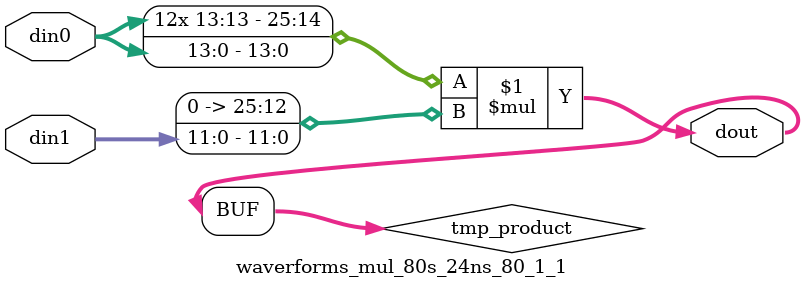
<source format=v>

`timescale 1 ns / 1 ps

 module waverforms_mul_80s_24ns_80_1_1(din0, din1, dout);
parameter ID = 1;
parameter NUM_STAGE = 0;
parameter din0_WIDTH = 14;
parameter din1_WIDTH = 12;
parameter dout_WIDTH = 26;

input [din0_WIDTH - 1 : 0] din0; 
input [din1_WIDTH - 1 : 0] din1; 
output [dout_WIDTH - 1 : 0] dout;

wire signed [dout_WIDTH - 1 : 0] tmp_product;


























assign tmp_product = $signed(din0) * $signed({1'b0, din1});









assign dout = tmp_product;





















endmodule

</source>
